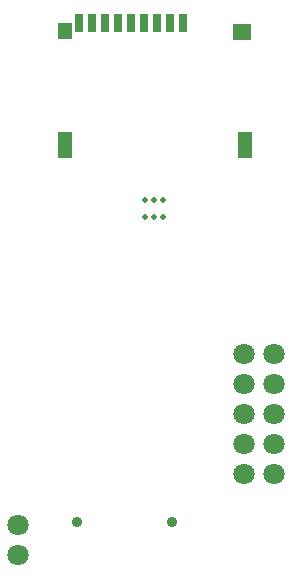
<source format=gbr>
%TF.GenerationSoftware,KiCad,Pcbnew,8.0.4*%
%TF.CreationDate,2024-08-27T23:39:26+01:00*%
%TF.ProjectId,qmmister-sd-relocate,716d6d69-7374-4657-922d-73642d72656c,rev?*%
%TF.SameCoordinates,Original*%
%TF.FileFunction,Soldermask,Bot*%
%TF.FilePolarity,Negative*%
%FSLAX46Y46*%
G04 Gerber Fmt 4.6, Leading zero omitted, Abs format (unit mm)*
G04 Created by KiCad (PCBNEW 8.0.4) date 2024-08-27 23:39:26*
%MOMM*%
%LPD*%
G01*
G04 APERTURE LIST*
%ADD10C,1.800000*%
%ADD11C,0.900000*%
%ADD12C,0.500000*%
%ADD13R,0.700000X1.600000*%
%ADD14R,1.200000X2.200000*%
%ADD15R,1.600000X1.400000*%
%ADD16R,1.200000X1.400000*%
G04 APERTURE END LIST*
D10*
%TO.C,J6*%
X59750000Y-73000000D03*
X57210000Y-73000000D03*
X59750000Y-70460000D03*
X57210000Y-70460000D03*
X59750000Y-67920000D03*
X57210000Y-67920000D03*
X59750000Y-65380000D03*
X57210000Y-65380000D03*
X59750000Y-62840000D03*
X57210000Y-62840000D03*
%TD*%
D11*
%TO.C,J2*%
X51050000Y-77000000D03*
X43050000Y-77000000D03*
%TD*%
D12*
%TO.C,mouse-bite-2mm-slot*%
X48800000Y-49750000D03*
X48800000Y-51250000D03*
X49550000Y-49750000D03*
X49550000Y-51250000D03*
X50300000Y-49750000D03*
X50300000Y-51250000D03*
%TD*%
D13*
%TO.C,J1*%
X52000000Y-34771855D03*
X50900000Y-34771855D03*
X49800000Y-34771855D03*
X48700000Y-34771855D03*
X47600000Y-34771855D03*
X46500000Y-34771855D03*
X45400000Y-34771855D03*
X44300000Y-34771855D03*
X43200000Y-34771855D03*
D14*
X57284968Y-45100000D03*
D15*
X57034968Y-35571855D03*
D14*
X42034968Y-45100000D03*
D16*
X42000000Y-35500000D03*
%TD*%
D10*
%TO.C,J5*%
X38000000Y-77250000D03*
X38000000Y-79790000D03*
%TD*%
M02*

</source>
